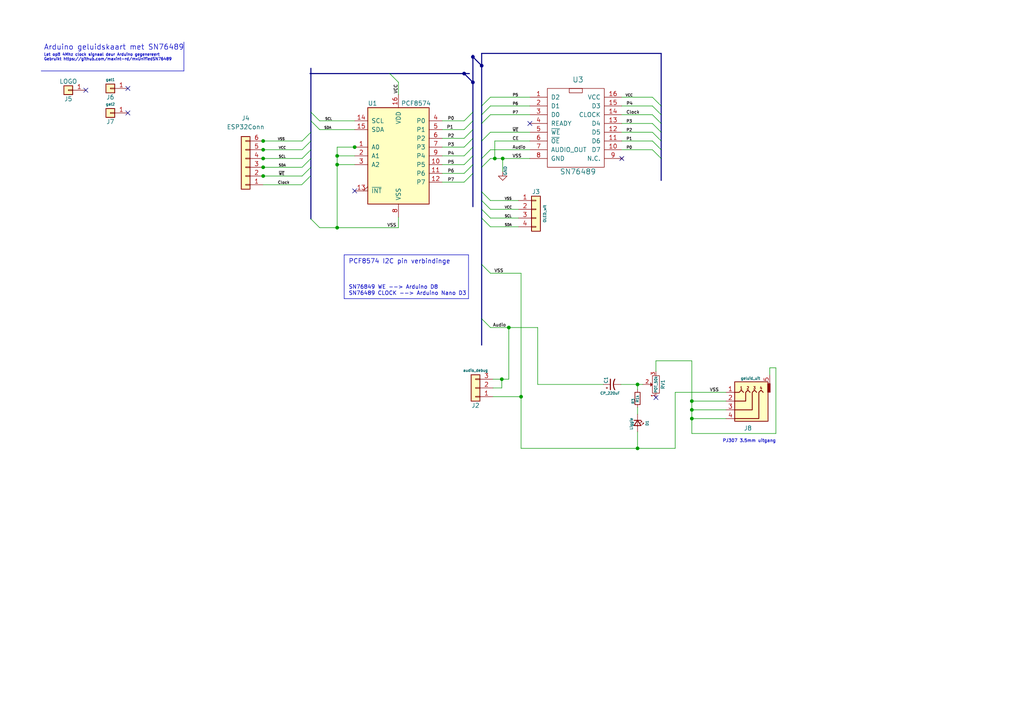
<source format=kicad_sch>
(kicad_sch (version 20230121) (generator eeschema)
  (paper "A4")
  (title_block (title "SN76489 geluid shield vir Arduino Nano") (date "2018-09-05") (rev "20180905 0.7.06") (company "EasyLab4Kids") (comment 1 "Ontwerp: Michiel Erasmus") (comment 2 "Webwerf: https://www.facebook.com/EasyBlocks4Kids/") (comment 3 "gebruik mxUnifiedSN76489") (comment 4 "Geluidskaart vir Arduino met Sega Genisis geluidskaart"))
  (lib_symbols
    (symbol "Connector_Generic:Conn_01x06" (pin_names (offset 1.016) hide)
      (property "Reference" "J" (at 0 7.62 0))
      (property "Value" "Conn_01x06" (at 0 -10.16 0))
      (symbol "Conn_01x06_1_1"
        (rectangle (start -1.27 -7.493) (end 0 -7.747) (stroke (width 0.1524)))
        (rectangle (start -1.27 -4.953) (end 0 -5.207) (stroke (width 0.1524)))
        (rectangle (start -1.27 -2.413) (end 0 -2.667) (stroke (width 0.1524)))
        (rectangle (start -1.27 0.127) (end 0 -0.127) (stroke (width 0.1524)))
        (rectangle (start -1.27 2.667) (end 0 2.413) (stroke (width 0.1524)))
        (rectangle (start -1.27 5.207) (end 0 4.953) (stroke (width 0.1524)))
        (rectangle (start -1.27 6.35) (end 1.27 -8.89) (stroke (width 0.254)) (fill (type background)))
        (pin passive line (at -5.08 5.08 0) (length 3.81) (name "Pin_1") (number "1"))
        (pin passive line (at -5.08 2.54 0) (length 3.81) (name "Pin_2") (number "2"))
        (pin passive line (at -5.08 0 0) (length 3.81) (name "Pin_3") (number "3"))
        (pin passive line (at -5.08 -2.54 0) (length 3.81) (name "Pin_4") (number "4"))
        (pin passive line (at -5.08 -5.08 0) (length 3.81) (name "Pin_5") (number "5"))
        (pin passive line (at -5.08 -7.62 0) (length 3.81) (name "Pin_6") (number "6"))
      )
    )
    (symbol "Device:LED_Small" (pin_numbers hide) (pin_names (offset 0.254) hide)
      (property "Reference" "D" (at -1.27 3.175 0))
      (property "Value" "LED_Small" (at -4.445 -2.54 0))
      (symbol "LED_Small_0_1"
        (polyline (pts (xy -0.762 -1.016) (xy -0.762 1.016)) (stroke (width 0.254)))
        (polyline (pts (xy 1.016 0) (xy -0.762 0)))
        (polyline (pts (xy 0.762 -1.016) (xy -0.762 0) (xy 0.762 1.016) (xy 0.762 -1.016)) (stroke (width 0.254)))
        (polyline (pts (xy 0 0.762) (xy -0.508 1.27) (xy -0.254 1.27) (xy -0.508 1.27) (xy -0.508 1.016)))
        (polyline (pts (xy 0.508 1.27) (xy 0 1.778) (xy 0.254 1.778) (xy 0 1.778) (xy 0 1.524)))
      )
      (symbol "LED_Small_1_1"
        (pin passive line (at -2.54 0 0) (length 1.778) (name "K") (number "1"))
        (pin passive line (at 2.54 0 180) (length 1.778) (name "A") (number "2"))
      )
    )
    (symbol "Device:R_Small" (pin_numbers hide) (pin_names (offset 0.254) hide)
      (property "Reference" "R" (at 0.762 0.508 0))
      (property "Value" "R_Small" (at 0.762 -1.016 0))
      (symbol "R_Small_0_1"
        (rectangle (start -0.762 1.778) (end 0.762 -1.778) (stroke (width 0.2032)))
      )
      (symbol "R_Small_1_1"
        (pin passive line (at 0 2.54 270) (length 0.762) (name "~") (number "1"))
        (pin passive line (at 0 -2.54 90) (length 0.762) (name "~") (number "2"))
      )
    )
    (symbol "SN76849 Arduino nano shield-rescue:Audio-Jack-5-conn" (pin_names (offset 1.016))
      (property "Reference" "J" (at -1.27 5.334 0))
      (property "Value" "conn:Audio-Jack-5" (at 0.635 -9.525 0))
      (symbol "Audio-Jack-5-conn_0_0"
        (rectangle (start -7.112 -8.128) (end 2.54 3.302) (stroke (width 0.254)) (fill (type background)))
        (text "1" (at 0.635 -6.35 0) (effects (font (size 0.762 0.762))))
        (text "2" (at -1.27 -6.35 0) (effects (font (size 0.762 0.762))))
        (text "3" (at -3.175 -6.35 0) (effects (font (size 0.762 0.762))))
        (text "4" (at -5.08 -6.35 0) (effects (font (size 0.762 0.762))))
      )
      (symbol "Audio-Jack-5-conn_0_1"
        (rectangle (start -6.985 -7.62) (end -7.747 -5.08) (fill (type outline)))
        (polyline (pts (xy 0 -5.08) (xy 0.635 -5.715) (xy 1.27 -5.08) (xy 2.54 -5.08)) (stroke (width 0.254)))
        (polyline (pts (xy -1.905 -5.08) (xy -1.27 -5.715) (xy -0.635 -5.08) (xy -0.635 -2.54) (xy 2.54 -2.54)) (stroke (width 0.254)))
        (polyline (pts (xy 2.54 0) (xy -2.54 0) (xy -2.54 -5.08) (xy -3.175 -5.715) (xy -3.81 -5.08)) (stroke (width 0.254)))
        (polyline (pts (xy 2.54 2.54) (xy -4.445 2.54) (xy -4.445 -5.08) (xy -5.08 -5.715) (xy -5.715 -5.08)) (stroke (width 0.254)))
      )
      (symbol "Audio-Jack-5-conn_1_1"
        (pin passive line (at 5.08 -5.08 180) (length 2.54) (name "~") (number "1"))
        (pin passive line (at 5.08 -2.54 180) (length 2.54) (name "~") (number "2"))
        (pin passive line (at 5.08 0 180) (length 2.54) (name "~") (number "3"))
        (pin passive line (at 5.08 2.54 180) (length 2.54) (name "~") (number "4"))
        (pin passive line (at -7.62 -10.16 90) (length 2.54) (name "~") (number "5"))
      )
    )
    (symbol "SN76849 Arduino nano shield-rescue:CP1_Small-Device" (pin_numbers hide) (pin_names (offset 0.254) hide)
      (property "Reference" "C" (at 0.254 1.778 0))
      (property "Value" "Device:CP1_Small" (at 0.254 -2.032 0))
      (symbol "CP1_Small-Device_0_1"
        (polyline (pts (xy -1.524 0.508) (xy 1.524 0.508)) (stroke (width 0.3048)))
        (polyline (pts (xy -1.27 1.524) (xy -0.762 1.524)))
        (polyline (pts (xy -1.016 1.27) (xy -1.016 1.778)))
        (arc (start 1.524 -0.762) (mid 0 -0.3734) (end -1.524 -0.762) (stroke (width 0.3048)))
      )
      (symbol "CP1_Small-Device_1_1"
        (pin passive line (at 0 2.54 270) (length 2.032) (name "~") (number "1"))
        (pin passive line (at 0 -2.54 90) (length 2.032) (name "~") (number "2"))
      )
    )
    (symbol "SN76849 Arduino nano shield-rescue:Conn_01x01-conn" (pin_names (offset 1.016) hide)
      (property "Reference" "J" (at 0 2.54 0))
      (property "Value" "conn:Conn_01x01" (at 0 -2.54 0))
      (symbol "Conn_01x01-conn_1_1"
        (rectangle (start -1.27 0.127) (end 0 -0.127) (stroke (width 0.1524)))
        (rectangle (start -1.27 1.27) (end 1.27 -1.27) (stroke (width 0.254)) (fill (type background)))
        (pin passive line (at -5.08 0 0) (length 3.81) (name "Pin_1") (number "1"))
      )
    )
    (symbol "SN76849 Arduino nano shield-rescue:Conn_01x03-conn" (pin_names (offset 1.016) hide)
      (property "Reference" "J" (at 0 5.08 0))
      (property "Value" "conn:Conn_01x03" (at 0 -5.08 0))
      (symbol "Conn_01x03-conn_1_1"
        (rectangle (start -1.27 -2.413) (end 0 -2.667) (stroke (width 0.1524)))
        (rectangle (start -1.27 0.127) (end 0 -0.127) (stroke (width 0.1524)))
        (rectangle (start -1.27 2.667) (end 0 2.413) (stroke (width 0.1524)))
        (rectangle (start -1.27 3.81) (end 1.27 -3.81) (stroke (width 0.254)) (fill (type background)))
        (pin passive line (at -5.08 2.54 0) (length 3.81) (name "Pin_1") (number "1"))
        (pin passive line (at -5.08 0 0) (length 3.81) (name "Pin_2") (number "2"))
        (pin passive line (at -5.08 -2.54 0) (length 3.81) (name "Pin_3") (number "3"))
      )
    )
    (symbol "SN76849 Arduino nano shield-rescue:Conn_01x04-conn" (pin_names (offset 1.016) hide)
      (property "Reference" "J" (at 0 5.08 0))
      (property "Value" "conn:Conn_01x04" (at 0 -7.62 0))
      (symbol "Conn_01x04-conn_1_1"
        (rectangle (start -1.27 -4.953) (end 0 -5.207) (stroke (width 0.1524)))
        (rectangle (start -1.27 -2.413) (end 0 -2.667) (stroke (width 0.1524)))
        (rectangle (start -1.27 0.127) (end 0 -0.127) (stroke (width 0.1524)))
        (rectangle (start -1.27 2.667) (end 0 2.413) (stroke (width 0.1524)))
        (rectangle (start -1.27 3.81) (end 1.27 -6.35) (stroke (width 0.254)) (fill (type background)))
        (pin passive line (at -5.08 2.54 0) (length 3.81) (name "Pin_1") (number "1"))
        (pin passive line (at -5.08 0 0) (length 3.81) (name "Pin_2") (number "2"))
        (pin passive line (at -5.08 -2.54 0) (length 3.81) (name "Pin_3") (number "3"))
        (pin passive line (at -5.08 -5.08 0) (length 3.81) (name "Pin_4") (number "4"))
      )
    )
    (symbol "SN76849 Arduino nano shield-rescue:PCF8574-philips" (pin_names (offset 1.016))
      (property "Reference" "U" (at -8.89 15.24 0))
      (property "Value" "philips:PCF8574" (at 2.54 15.24 0))
      (symbol "PCF8574-philips_0_1"
        (rectangle (start -8.89 -13.97) (end 8.89 13.97) (stroke (width 0.254)) (fill (type background)))
      )
      (symbol "PCF8574-philips_1_1"
        (pin input line (at -12.7 2.54 0) (length 3.81) (name "A0") (number "1"))
        (pin bidirectional line (at 12.7 -2.54 180) (length 3.81) (name "P5") (number "10"))
        (pin bidirectional line (at 12.7 -5.08 180) (length 3.81) (name "P6") (number "11"))
        (pin bidirectional line (at 12.7 -7.62 180) (length 3.81) (name "P7") (number "12"))
        (pin open_collector output_low (at -12.7 -10.16 0) (length 3.81) (name "~{INT}") (number "13"))
        (pin input line (at -12.7 10.16 0) (length 3.81) (name "SCL") (number "14"))
        (pin bidirectional line (at -12.7 7.62 0) (length 3.81) (name "SDA") (number "15"))
        (pin power_in line (at 0 17.78 270) (length 3.81) (name "VDD") (number "16"))
        (pin input line (at -12.7 0 0) (length 3.81) (name "A1") (number "2"))
        (pin input line (at -12.7 -2.54 0) (length 3.81) (name "A2") (number "3"))
        (pin bidirectional line (at 12.7 10.16 180) (length 3.81) (name "P0") (number "4"))
        (pin bidirectional line (at 12.7 7.62 180) (length 3.81) (name "P1") (number "5"))
        (pin bidirectional line (at 12.7 5.08 180) (length 3.81) (name "P2") (number "6"))
        (pin bidirectional line (at 12.7 2.54 180) (length 3.81) (name "P3") (number "7"))
        (pin power_in line (at 0 -17.78 90) (length 3.81) (name "VSS") (number "8"))
        (pin bidirectional line (at 12.7 0 180) (length 3.81) (name "P4") (number "9"))
      )
    )
    (symbol "SN76849-Arduino-nano-shield-rescue:POT-RESCUE-SN76849_Arduino_nano_shield" (pin_names (offset 1.016) hide)
      (property "Reference" "RV" (at 0 -2.032 0))
      (property "Value" "POT-RESCUE-SN76849_Arduino_nano_shield" (at 0 0 0))
      (symbol "POT-RESCUE-SN76849_Arduino_nano_shield_0_1"
        (rectangle (start -2.54 1.016) (end 2.54 -1.016))
        (polyline (pts (xy 0 1.016) (xy -0.508 1.524) (xy 0.508 1.524)) (fill (type outline)))
      )
      (symbol "POT-RESCUE-SN76849_Arduino_nano_shield_1_1"
        (pin passive line (at -3.81 0 0) (length 1.27) (name "1") (number "1"))
        (pin passive line (at 0 3.81 270) (length 2.54) (name "2") (number "2"))
        (pin passive line (at 3.81 0 180) (length 1.27) (name "3") (number "3"))
      )
    )
    (symbol "easylab4kids:SN76489" (pin_names (offset 1.016))
      (property "Reference" "U" (at 0 13.97 0))
      (property "Value" "SN76489" (at 0 -12.7 0))
      (symbol "SN76489_0_1"
        (rectangle (start -8.89 11.43) (end 7.62 -11.43))
        (rectangle (start -2.54 11.43) (end 1.27 10.16))
      )
      (symbol "SN76489_1_1"
        (pin input line (at -13.97 8.89 0) (length 5.08) (name "D2") (number "1"))
        (pin input line (at 12.7 -6.35 180) (length 5.08) (name "D7") (number "10"))
        (pin input line (at 12.7 -3.81 180) (length 5.08) (name "D6") (number "11"))
        (pin input line (at 12.7 -1.27 180) (length 5.08) (name "D5") (number "12"))
        (pin input line (at 12.7 1.27 180) (length 5.08) (name "D4") (number "13"))
        (pin input line (at 12.7 3.81 180) (length 5.08) (name "CLOCK") (number "14"))
        (pin input line (at 12.7 6.35 180) (length 5.08) (name "D3") (number "15"))
        (pin power_in line (at 12.7 8.89 180) (length 5.08) (name "VCC") (number "16"))
        (pin input line (at -13.97 6.35 0) (length 5.08) (name "D1") (number "2"))
        (pin output line (at -13.97 3.81 0) (length 5.08) (name "D0") (number "3"))
        (pin power_out line (at -13.97 1.27 0) (length 5.08) (name "READY") (number "4"))
        (pin power_in line (at -13.97 -1.27 0) (length 5.08) (name "~{WE}") (number "5"))
        (pin power_in line (at -13.97 -3.81 0) (length 5.08) (name "~{OE}") (number "6"))
        (pin input line (at -13.97 -6.35 0) (length 5.08) (name "AUDIO_OUT") (number "7"))
        (pin power_in line (at -13.97 -8.89 0) (length 5.08) (name "GND") (number "8"))
        (pin no_connect line (at 12.7 -8.89 180) (length 5.08) (name "N.C.") (number "9"))
      )
    )
    (symbol "power:GND" (power) (pin_names (offset 0))
      (property "Value" "GND" (at 0 -3.81 0))
      (symbol "GND_0_1"
        (polyline (pts (xy 0 0) (xy 0 -1.27) (xy 1.27 -1.27) (xy 0 -2.54) (xy -1.27 -1.27) (xy 0 -1.27)))
      )
      (symbol "GND_1_1"
        (pin power_in line (at 0 0 270) (length 0) hide (name "GND") (number "1"))
      )
    )
  )
  (junction (at 134.62 21.336))
  (junction (at 145.542 109.982))
  (junction (at 76.327 43.434))
  (junction (at 76.327 48.514))
  (junction (at 184.912 130.048))
  (junction (at 102.87 42.672))
  (junction (at 200.66 118.872))
  (junction (at 137.16 23.876))
  (junction (at 76.327 40.894))
  (junction (at 184.912 111.506))
  (junction (at 145.796 45.974))
  (junction (at 137.16 16.51))
  (junction (at 143.51 45.974))
  (junction (at 147.574 94.996))
  (junction (at 151.13 115.062))
  (junction (at 76.327 45.974))
  (junction (at 97.79 47.752))
  (junction (at 200.66 121.412))
  (junction (at 200.66 116.332))
  (junction (at 97.79 45.212))
  (junction (at 139.7 19.05))
  (junction (at 97.79 66.04))
  (junction (at 76.327 51.054))
  (no_connect (at 190.246 115.316))
  (no_connect (at 153.67 35.814))
  (no_connect (at 37.084 32.766))
  (no_connect (at 24.892 26.162))
  (no_connect (at 180.34 45.974))
  (no_connect (at 37.084 25.654))
  (no_connect (at 102.87 55.372))
  (bus_entry (at 87.63 40.894) (size 2.54 -2.54))
  (bus_entry (at 87.63 45.974) (size 2.54 -2.54))
  (bus_entry (at 139.7 63.246) (size 2.54 2.54))
  (bus_entry (at 134.62 52.832) (size 2.54 -2.54))
  (bus_entry (at 90.17 32.512) (size 2.54 2.54))
  (bus_entry (at 189.23 33.274) (size 2.54 2.54))
  (bus_entry (at 139.7 33.274) (size 2.54 -2.54))
  (bus_entry (at 87.63 48.514) (size 2.54 -2.54))
  (bus_entry (at 139.7 48.514) (size 2.54 -2.54))
  (bus_entry (at 139.7 58.166) (size 2.54 2.54))
  (bus_entry (at 189.23 40.894) (size 2.54 2.54))
  (bus_entry (at 90.17 63.5) (size 2.54 2.54))
  (bus_entry (at 139.7 45.974) (size 2.54 -2.54))
  (bus_entry (at 87.503 53.594) (size 2.54 -2.54))
  (bus_entry (at 139.7 60.706) (size 2.54 2.54))
  (bus_entry (at 87.63 51.054) (size 2.54 -2.54))
  (bus_entry (at 134.62 42.672) (size 2.54 -2.54))
  (bus_entry (at 189.23 30.734) (size 2.54 2.54))
  (bus_entry (at 134.62 35.052) (size 2.54 -2.54))
  (bus_entry (at 113.03 21.336) (size 2.54 2.54))
  (bus_entry (at 134.62 45.212) (size 2.54 -2.54))
  (bus_entry (at 139.7 30.734) (size 2.54 -2.54))
  (bus_entry (at 139.7 92.456) (size 2.54 2.54))
  (bus_entry (at 134.62 47.752) (size 2.54 -2.54))
  (bus_entry (at 189.23 35.814) (size 2.54 2.54))
  (bus_entry (at 87.63 43.434) (size 2.54 -2.54))
  (bus_entry (at 189.23 38.354) (size 2.54 2.54))
  (bus_entry (at 139.7 35.814) (size 2.54 -2.54))
  (bus_entry (at 139.7 76.708) (size 2.54 2.54))
  (bus_entry (at 139.7 40.894) (size 2.54 -2.54))
  (bus_entry (at 134.62 37.592) (size 2.54 -2.54))
  (bus_entry (at 189.23 43.434) (size 2.54 2.54))
  (bus_entry (at 90.17 35.052) (size 2.54 2.54))
  (bus_entry (at 189.23 28.194) (size 2.54 2.54))
  (bus_entry (at 139.7 55.626) (size 2.54 2.54))
  (bus_entry (at 134.62 50.292) (size 2.54 -2.54))
  (bus_entry (at 134.62 40.132) (size 2.54 -2.54))
  (wire (pts (xy 142.24 30.734) (xy 153.67 30.734)))
  (wire (pts (xy 147.574 109.982) (xy 147.574 94.996)))
  (wire (pts (xy 180.34 28.194) (xy 189.23 28.194)))
  (bus (pts (xy 90.17 40.894) (xy 90.17 43.434)))
  (wire (pts (xy 128.27 40.132) (xy 134.62 40.132)))
  (wire (pts (xy 180.086 111.506) (xy 184.912 111.506)))
  (wire (pts (xy 184.912 130.048) (xy 195.834 130.048)))
  (bus (pts (xy 139.7 30.734) (xy 139.7 33.274)))
  (wire (pts (xy 102.87 42.672) (xy 97.79 42.672)))
  (bus (pts (xy 139.7 40.894) (xy 139.7 45.974)))
  (bus (pts (xy 139.7 45.974) (xy 139.7 48.514)))
  (wire (pts (xy 97.79 66.04) (xy 115.57 66.04)))
  (wire (pts (xy 145.542 112.522) (xy 145.542 109.982)))
  (wire (pts (xy 76.2 40.894) (xy 76.327 40.894)))
  (bus (pts (xy 139.7 60.706) (xy 139.7 63.246)))
  (wire (pts (xy 223.266 106.68) (xy 225.044 106.68)))
  (wire (pts (xy 190.246 107.696) (xy 190.246 104.648)))
  (wire (pts (xy 184.912 111.506) (xy 186.436 111.506)))
  (wire (pts (xy 180.34 43.434) (xy 189.23 43.434)))
  (wire (pts (xy 180.34 35.814) (xy 189.23 35.814)))
  (wire (pts (xy 143.51 40.894) (xy 153.67 40.894)))
  (wire (pts (xy 76.327 40.894) (xy 87.63 40.894)))
  (bus (pts (xy 137.16 45.212) (xy 137.16 47.752)))
  (wire (pts (xy 92.71 35.052) (xy 102.87 35.052)))
  (wire (pts (xy 143.002 112.522) (xy 145.542 112.522)))
  (wire (pts (xy 76.327 43.434) (xy 76.2 43.434)))
  (bus (pts (xy 90.17 43.434) (xy 90.17 45.974)))
  (bus (pts (xy 139.7 55.626) (xy 139.7 58.166)))
  (wire (pts (xy 76.327 45.974) (xy 87.63 45.974)))
  (wire (pts (xy 134.62 45.212) (xy 128.27 45.212)))
  (bus (pts (xy 90.17 38.354) (xy 90.17 40.894)))
  (wire (pts (xy 151.13 130.048) (xy 184.912 130.048)))
  (bus (pts (xy 137.16 42.672) (xy 137.16 45.212)))
  (wire (pts (xy 97.79 47.752) (xy 102.87 47.752)))
  (wire (pts (xy 76.327 53.594) (xy 87.503 53.594)))
  (wire (pts (xy 143.51 45.974) (xy 145.796 45.974)))
  (wire (pts (xy 145.542 109.982) (xy 143.002 109.982)))
  (wire (pts (xy 76.2 45.974) (xy 76.327 45.974)))
  (wire (pts (xy 200.66 116.332) (xy 210.566 116.332)))
  (wire (pts (xy 150.368 65.786) (xy 142.24 65.786)))
  (wire (pts (xy 195.834 113.792) (xy 210.566 113.792)))
  (wire (pts (xy 180.34 33.274) (xy 189.23 33.274)))
  (wire (pts (xy 223.266 108.712) (xy 223.266 106.68)))
  (wire (pts (xy 180.34 30.734) (xy 189.23 30.734)))
  (bus (pts (xy 139.7 15.494) (xy 139.7 19.05)))
  (wire (pts (xy 102.87 42.418) (xy 102.87 42.672)))
  (wire (pts (xy 180.34 40.894) (xy 189.23 40.894)))
  (bus (pts (xy 139.7 63.246) (xy 139.7 76.708)))
  (wire (pts (xy 151.13 115.062) (xy 151.13 130.048)))
  (wire (pts (xy 76.327 48.514) (xy 76.2 48.514)))
  (bus (pts (xy 137.16 16.51) (xy 139.7 19.05)))
  (bus (pts (xy 90.17 19.812) (xy 90.17 32.512)))
  (wire (pts (xy 102.87 37.592) (xy 92.71 37.592)))
  (wire (pts (xy 200.66 121.412) (xy 200.66 125.73)))
  (bus (pts (xy 139.7 48.514) (xy 139.7 55.626)))
  (wire (pts (xy 128.27 42.672) (xy 134.62 42.672)))
  (wire (pts (xy 151.13 79.248) (xy 142.24 79.248)))
  (bus (pts (xy 191.77 38.354) (xy 191.77 40.894)))
  (bus (pts (xy 90.17 45.974) (xy 90.17 48.514)))
  (bus (pts (xy 137.16 40.132) (xy 137.16 42.672)))
  (wire (pts (xy 145.542 109.982) (xy 147.574 109.982)))
  (wire (pts (xy 142.24 58.166) (xy 150.368 58.166)))
  (wire (pts (xy 184.912 125.222) (xy 184.912 130.048)))
  (wire (pts (xy 142.24 28.194) (xy 153.67 28.194)))
  (bus (pts (xy 139.7 35.814) (xy 139.7 40.894)))
  (polyline (pts (xy 53.34 20.574) (xy 11.938 20.574)))
  (wire (pts (xy 134.62 37.592) (xy 128.27 37.592)))
  (bus (pts (xy 139.7 33.274) (xy 139.7 35.814)))
  (wire (pts (xy 145.796 45.974) (xy 153.67 45.974)))
  (wire (pts (xy 87.63 43.434) (xy 76.327 43.434)))
  (bus (pts (xy 139.7 15.494) (xy 191.77 15.494)))
  (bus (pts (xy 191.77 15.494) (xy 191.77 30.734)))
  (wire (pts (xy 115.57 66.04) (xy 115.57 62.992)))
  (bus (pts (xy 137.16 16.002) (xy 137.16 16.51)))
  (wire (pts (xy 134.62 47.752) (xy 128.27 47.752)))
  (bus (pts (xy 90.17 48.514) (xy 90.17 63.5)))
  (bus (pts (xy 137.16 37.592) (xy 137.16 40.132)))
  (bus (pts (xy 89.916 21.336) (xy 113.03 21.336)))
  (wire (pts (xy 200.66 118.872) (xy 210.566 118.872)))
  (polyline (pts (xy 99.822 73.914) (xy 135.89 73.914)))
  (wire (pts (xy 142.24 43.434) (xy 153.67 43.434)))
  (wire (pts (xy 97.79 42.672) (xy 97.79 45.212)))
  (wire (pts (xy 225.044 125.73) (xy 200.66 125.73)))
  (wire (pts (xy 128.27 50.292) (xy 134.62 50.292)))
  (polyline (pts (xy 99.822 86.614) (xy 99.822 73.914)))
  (bus (pts (xy 137.16 50.292) (xy 137.16 59.944)))
  (wire (pts (xy 200.66 118.872) (xy 200.66 121.412)))
  (wire (pts (xy 200.66 116.332) (xy 200.66 118.872)))
  (bus (pts (xy 191.77 40.894) (xy 191.77 43.434)))
  (bus (pts (xy 139.7 19.05) (xy 139.7 30.734)))
  (bus (pts (xy 191.77 33.274) (xy 191.77 35.814)))
  (wire (pts (xy 115.57 23.876) (xy 115.57 27.432)))
  (polyline (pts (xy 135.89 86.614) (xy 99.822 86.614)))
  (bus (pts (xy 134.62 21.336) (xy 136.144 21.336)))
  (bus (pts (xy 139.7 92.456) (xy 139.7 100.076)))
  (wire (pts (xy 200.66 104.648) (xy 200.66 116.332)))
  (wire (pts (xy 184.912 113.03) (xy 184.912 111.506)))
  (wire (pts (xy 143.002 115.062) (xy 151.13 115.062)))
  (wire (pts (xy 102.87 45.212) (xy 97.79 45.212)))
  (bus (pts (xy 137.16 35.052) (xy 137.16 37.592)))
  (wire (pts (xy 180.34 38.354) (xy 189.23 38.354)))
  (bus (pts (xy 139.7 58.166) (xy 139.7 60.706)))
  (wire (pts (xy 155.956 94.996) (xy 155.956 111.506)))
  (wire (pts (xy 184.912 118.11) (xy 184.912 120.142)))
  (wire (pts (xy 151.13 79.248) (xy 151.13 115.062)))
  (wire (pts (xy 190.246 104.648) (xy 200.66 104.648)))
  (wire (pts (xy 225.044 106.68) (xy 225.044 125.73)))
  (bus (pts (xy 137.16 47.752) (xy 137.16 50.292)))
  (wire (pts (xy 200.66 121.412) (xy 210.566 121.412)))
  (bus (pts (xy 113.03 21.336) (xy 134.62 21.336)))
  (wire (pts (xy 147.574 94.996) (xy 155.956 94.996)))
  (wire (pts (xy 76.327 51.054) (xy 87.63 51.054)))
  (wire (pts (xy 145.796 45.974) (xy 145.796 49.784)))
  (wire (pts (xy 142.24 38.354) (xy 153.67 38.354)))
  (wire (pts (xy 142.24 45.974) (xy 143.51 45.974)))
  (bus (pts (xy 90.17 32.512) (xy 90.17 35.052)))
  (bus (pts (xy 191.77 43.434) (xy 191.77 45.974)))
  (bus (pts (xy 134.62 21.336) (xy 137.16 23.876)))
  (wire (pts (xy 142.24 33.274) (xy 153.67 33.274)))
  (wire (pts (xy 97.79 45.212) (xy 97.79 47.752)))
  (wire (pts (xy 142.24 63.246) (xy 150.368 63.246)))
  (bus (pts (xy 137.16 23.876) (xy 137.16 32.512)))
  (wire (pts (xy 143.51 40.894) (xy 143.51 45.974)))
  (bus (pts (xy 137.16 32.512) (xy 137.16 35.052)))
  (bus (pts (xy 90.17 35.052) (xy 90.17 38.354)))
  (bus (pts (xy 137.16 16.51) (xy 137.16 23.876)))
  (polyline (pts (xy 135.89 73.914) (xy 135.89 86.614)))
  (polyline (pts (xy 53.34 12.192) (xy 53.34 20.574)))
  (wire (pts (xy 142.24 94.996) (xy 147.574 94.996)))
  (wire (pts (xy 76.2 51.054) (xy 76.327 51.054)))
  (wire (pts (xy 97.79 47.752) (xy 97.79 66.04)))
  (bus (pts (xy 191.77 35.814) (xy 191.77 38.354)))
  (wire (pts (xy 150.368 60.706) (xy 142.24 60.706)))
  (bus (pts (xy 191.77 45.974) (xy 191.77 52.324)))
  (bus (pts (xy 139.7 76.708) (xy 139.7 92.456)))
  (wire (pts (xy 92.71 66.04) (xy 97.79 66.04)))
  (wire (pts (xy 87.63 48.514) (xy 76.327 48.514)))
  (wire (pts (xy 134.62 35.052) (xy 128.27 35.052)))
  (wire (pts (xy 155.956 111.506) (xy 175.006 111.506)))
  (wire (pts (xy 195.834 130.048) (xy 195.834 113.792)))
  (bus (pts (xy 191.77 30.734) (xy 191.77 33.274)))
  (wire (pts (xy 134.62 52.832) (xy 128.27 52.832)))
  (text "PCF8574 I2C pin verbindinge" (at 101.092 76.708 0) (effects (font (size 1.3208 1.3208)) (justify left bottom)))
  (text "PJ307 3.5mm uitgang" (at 209.55 128.524 0) (effects (font (size 0.9144 0.9144)) (justify left bottom)))
  (text "Arduino geluidskaart met SN76489\n" (at 12.7 14.732 0) (effects (font (size 1.524 1.524)) (justify left bottom)))
  (text "Let op!! 4Mhz clock signaal deur Arduino gegenereert\nGebruikt https://github.com/maxint-rd/mxUnifiedSN76489" (at 12.7 17.78 0) (effects (font (size 0.8128 0.8128)) (justify left bottom)))
  (text "SN76849 WE --> Arduino D8\nSN76489 CLOCK --> Arduino Nano D3\n" (at 101.092 85.852 0) (effects (font (size 1.1176 1.1176)) (justify left bottom)))
  (label "VSS" (at 112.268 66.04 0) (effects (font (size 0.9144 0.9144))))
  (label "P1" (at 181.61 40.894 0) (effects (font (size 0.8128 0.8128))))
  (label "VCC" (at 115.57 27.178 90) (effects (font (size 0.9144 0.9144))))
  (label "VCC" (at 181.356 28.194 0) (effects (font (size 0.7112 0.7112))))
  (label "SDA" (at 146.304 65.786 0) (effects (font (size 0.7112 0.7112))))
  (label "SDA" (at 93.98 37.592 0) (effects (font (size 0.7112 0.7112))))
  (label "VSS" (at 208.534 113.792 180) (effects (font (size 0.9144 0.9144))))
  (label "P3" (at 129.794 42.672 0) (effects (font (size 0.9144 0.9144))))
  (label "CE" (at 148.59 40.894 0) (effects (font (size 0.9144 0.9144))))
  (label "P0" (at 129.794 35.052 0) (effects (font (size 0.9144 0.9144))))
  (label "P6" (at 148.59 30.734 0) (effects (font (size 0.8128 0.8128))))
  (label "P2" (at 129.794 40.132 0) (effects (font (size 0.9144 0.9144))))
  (label "P7" (at 148.59 33.274 0) (effects (font (size 0.8128 0.8128))))
  (label "Clock" (at 80.518 53.594 0) (effects (font (size 0.8128 0.8128))))
  (label "VSS" (at 146.05 79.248 180) (effects (font (size 0.9144 0.9144))))
  (label "~{WE}" (at 148.59 38.354 0) (effects (font (size 0.8128 0.8128))))
  (label "P4" (at 129.794 45.212 0) (effects (font (size 0.9144 0.9144))))
  (label "~{WE}" (at 80.772 51.054 0) (effects (font (size 0.8128 0.8128))))
  (label "Clock" (at 181.61 33.274 0) (effects (font (size 0.9144 0.9144))))
  (label "P4" (at 181.61 30.734 0) (effects (font (size 0.9144 0.9144))))
  (label "P0" (at 181.61 43.434 0) (effects (font (size 0.8128 0.8128))))
  (label "P5" (at 129.794 47.752 0) (effects (font (size 0.9144 0.9144))))
  (label "SDA" (at 80.772 48.514 0) (effects (font (size 0.7112 0.7112))))
  (label "P1" (at 129.54 37.592 0) (effects (font (size 0.9144 0.9144))))
  (label "P2" (at 181.61 38.354 0) (effects (font (size 0.8128 0.8128))))
  (label "P6" (at 129.794 50.292 0) (effects (font (size 0.9144 0.9144))))
  (label "VSS" (at 148.59 45.974 0) (effects (font (size 0.9144 0.9144))))
  (label "SCL" (at 94.234 35.052 0) (effects (font (size 0.7112 0.7112))))
  (label "Audio" (at 146.812 94.996 180) (effects (font (size 0.9144 0.9144))))
  (label "P7" (at 129.794 52.832 0) (effects (font (size 0.9144 0.9144))))
  (label "SCL" (at 80.772 45.974 0) (effects (font (size 0.7112 0.7112))))
  (label "SCL" (at 146.304 63.246 0) (effects (font (size 0.7112 0.7112))))
  (label "P3" (at 181.61 35.814 0) (effects (font (size 0.8128 0.8128))))
  (label "VSS" (at 146.304 58.166 0) (effects (font (size 0.7112 0.7112))))
  (label "VCC" (at 146.304 60.706 0) (effects (font (size 0.7112 0.7112))))
  (label "P5" (at 148.59 28.194 0) (effects (font (size 0.8128 0.8128))))
  (label "Audio" (at 148.59 43.434 0) (effects (font (size 0.9144 0.9144))))
  (label "VCC" (at 80.772 43.434 0) (effects (font (size 0.7112 0.7112))))
  (label "VSS" (at 80.518 40.894 0) (effects (font (size 0.7112 0.7112))))
  (symbol (lib_id "SN76849 Arduino nano shield-rescue:PCF8574-philips") (at 115.57 45.212 0) (unit 1)
    (property "Reference" "U1" (at 106.68 29.972 0) (effects (justify left)))
    (property "Value" "PCF8574" (at 116.332 29.972 0) (effects (justify left)))
    (property "Footprint" "Package_DIP:DIP-16_W7.62mm" (effects hide))
  )
  (symbol (lib_id "easylab4kids:SN76489") (at 167.64 37.084 0) (unit 1)
    (property "Reference" "U3" (at 167.64 23.114 0) (effects (font (size 1.524 1.524))))
    (property "Value" "SN76489" (at 167.64 49.784 0) (effects (font (size 1.524 1.524))))
    (property "Footprint" "Package_DIP:DIP-16_W7.62mm" (effects hide))
  )
  (symbol (lib_id "SN76849-Arduino-nano-shield-rescue:POT-RESCUE-SN76849_Arduino_nano_shield") (at 190.246 111.506 90) (unit 1)
    (property "Reference" "RV1" (at 192.278 111.506 0) (effects (font (size 0.9652 0.9652))))
    (property "Value" "POT_50k" (at 190.246 111.506 0) (effects (font (size 0.762 0.762))))
    (property "Footprint" "w_pth_resistors:trimmer_ecp_ca9-h2,5" (effects hide))
  )
  (symbol (lib_id "power:GND") (at 145.796 49.784 0) (unit 1)
    (property "Reference" "#PWR01" (effects hide))
    (property "Value" "GND" (at 146.558 49.53 90) (effects (font (size 0.8636 0.8636))))
  )
  (symbol (lib_id "SN76849 Arduino nano shield-rescue:CP1_Small-Device") (at 177.546 111.506 90) (unit 1)
    (property "Reference" "C1" (at 175.768 111.252 0) (effects (font (size 0.9652 0.9652)) (justify left)))
    (property "Value" "CP_220uF" (at 179.832 114.046 90) (effects (font (size 0.762 0.762)) (justify left)))
    (property "Footprint" "Capacitors_THT:CP_Radial_D10.0mm_P3.50mm" (effects hide))
  )
  (symbol (lib_id "SN76849 Arduino nano shield-rescue:Audio-Jack-5-conn") (at 215.646 118.872 180) (unit 1)
    (property "Reference" "J8" (at 216.916 124.206 0))
    (property "Value" "geluid_uit" (at 217.678 109.728 0) (effects (font (size 0.762 0.762))))
    (property "Footprint" "Connector_Audio:Jack_3.5mm_Lumberg_1503_07_Horizontal" (effects hide))
  )
  (symbol (lib_id "Device:LED_Small") (at 184.912 122.682 270) (unit 1)
    (property "Reference" "D1" (at 187.706 121.92 0) (effects (font (size 0.762 0.762)) (justify left)))
    (property "Value" "Liggie" (at 183.134 121.158 0) (effects (font (size 0.762 0.762)) (justify left)))
    (property "Footprint" "LEDs:LED_D3.0mm" (effects hide))
  )
  (symbol (lib_id "Device:R_Small") (at 184.912 115.57 180) (unit 1)
    (property "Reference" "R3" (at 183.642 115.57 90) (effects (font (size 0.762 0.762)) (justify left)))
    (property "Value" "R1k" (at 184.912 114.554 90) (effects (font (size 0.762 0.762)) (justify left)))
    (property "Footprint" "w_pth_resistors:RC03" (effects hide))
  )
  (symbol (lib_id "SN76849 Arduino nano shield-rescue:Conn_01x01-conn") (at 19.812 26.162 180) (unit 1)
    (property "Reference" "J5" (at 19.812 28.702 0))
    (property "Value" "LOGO" (at 19.812 23.622 0))
    (property "Footprint" "lib_michiel:Sovjet_simpits_logo01" (effects hide))
  )
  (symbol (lib_id "SN76849 Arduino nano shield-rescue:Conn_01x01-conn") (at 32.004 25.654 180) (unit 1)
    (property "Reference" "J6" (at 32.004 28.194 0))
    (property "Value" "gat1" (at 32.004 23.114 0) (effects (font (size 0.762 0.762))))
    (property "Footprint" "Mounting_Holes:MountingHole_2.5mm_Pad" (effects hide))
  )
  (symbol (lib_id "SN76849 Arduino nano shield-rescue:Conn_01x01-conn") (at 32.004 32.766 180) (unit 1)
    (property "Reference" "J7" (at 32.004 35.306 0))
    (property "Value" "gat2" (at 32.004 30.226 0) (effects (font (size 0.762 0.762))))
    (property "Footprint" "Mounting_Holes:MountingHole_2.5mm_Pad" (effects hide))
  )
  (symbol (lib_id "SN76849 Arduino nano shield-rescue:Conn_01x04-conn") (at 155.448 60.706 0) (unit 1)
    (property "Reference" "J3" (at 155.448 55.626 0))
    (property "Value" "OLED_wit" (at 157.988 61.976 90) (effects (font (size 0.762 0.762))))
    (property "Footprint" "Connector_PinHeader_2.54mm:PinHeader_1x04_P2.54mm_Horizontal" (effects hide))
  )
  (symbol (lib_id "SN76849 Arduino nano shield-rescue:Conn_01x03-conn") (at 137.922 112.522 180) (unit 1)
    (property "Reference" "J2" (at 137.922 117.602 0))
    (property "Value" "audio_debug" (at 137.922 107.442 0) (effects (font (size 0.762 0.762))))
    (property "Footprint" "Connector_PinHeader_2.54mm:PinHeader_1x03_P2.54mm_Vertical" (effects hide))
  )
  (symbol (lib_id "Connector_Generic:Conn_01x06") (at 71.247 48.514 180) (unit 1)
    (property "Reference" "J4" (at 71.247 34.29 0))
    (property "Value" "ESP32Conn" (at 71.247 36.83 0))
  )
)
</source>
